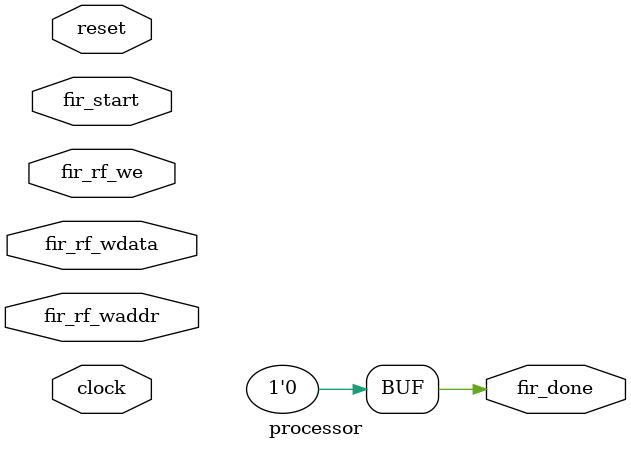
<source format=v>
module processor(
    input  clock,
    input  reset,
    input  wire        fir_start,
    output wire        fir_done,
    input  wire        fir_rf_we,
    input  wire [4:0]  fir_rf_waddr,
    input  wire [31:0] fir_rf_wdata
);

  // FETCH
  wire [31:0] pcIncrementOut;
  wire [31:0] pcInput;
  wire [31:0] pcOutput;
  wire [31:0] currentInstruction;

  // FETCH TO DECODE REGISTER
  wire [31:0] pcOutputFetchToDecode;
  wire [31:0] currentInstructionFetchToDecode;

  // DECODE
  wire [6:0]  opcode;
  wire [4:0]  rd;
  wire [2:0]  func3;
  wire [4:0]  rs1;
  wire [4:0]  rs2;
  wire [6:0]  func7;
  wire        pcUpdate;
  wire        memoryReadEnable;
  wire        memoryWriteEnable;
  wire        registerWriteEnable;
  wire [1:0]  aluSrc1;
  wire [1:0]  aluSrc2;
  wire [2:0]  aluOperation;
  wire        pcAdderSrc;
  wire        writeBackFromMemoryOrAlu;
  wire [31:0] readData1;
  wire [31:0] readData2;
  wire [31:0] accumData;
  wire [31:0] immediateValue;

  // DECODE TO EXECUTE REGISTER
  wire [31:0] pcOutputDecodeToExecute;
  wire [31:0] readData1DecodeToExecute;
  wire [31:0] readData2DecodeToExecute;
  wire [31:0] accumDataDecodeToExecute;
  wire [31:0] immediateValueDecodeToExecute;
  wire [2:0]  func3DecodeToExecute;
  wire [6:0]  func7DecodeToExecute;
  wire        pcUpdateDecodeToExecute;
  wire        memoryReadEnableDecodeToExecute;
  wire        memoryWriteEnableDecodeToExecute;
  wire        registerWriteEnableDecodeToExecute;
  wire [1:0]  aluSrc1DecodeToExecute;
  wire [1:0]  aluSrc2DecodeToExecute;
  wire [2:0]  aluOperationDecodeToExecute;
  wire        pcAdderSrcDecodeToExecute;
  wire        writeBackFromMemoryOrAluOutDecodeToExecute;
  wire [4:0]  rdDecodeToExecute;
  wire [4:0]  rs1DecodeToExecute;
  wire [4:0]  rs2DecodeToExecute;

  // EXECUTE
  wire [4:0]  aluControlOut;
  wire [31:0] input1Alu;
  wire [31:0] input2Alu;
  wire [31:0] aluOutput;
  wire        pcBranch;
  wire [31:0] pcAdderInput;
  wire [31:0] newPc;
  wire [1:0] forwardAluInputSelect1;
  wire [1:0] forwardAluInputSelect2;
  wire [31:0] forwardAluInput1;
  wire [31:0] forwardAluInput2;

  // EXECUTE TO MEMORY REGISTER
  wire [31:0] pcAdderOutExecuteToMemory;
  wire [31:0] aluOutExecuteToMemory;
  wire        branchOutExecuteToMemory;
  wire        pcUpdateOutExecuteToMemory;
  wire        memoryReadEnableOutExecuteToMemory;
  wire        memoryWriteEnableOutExecuteToMemory;
  wire        writeBackFromMemoryOrAluOutExecuteToMemory;
  wire [31:0] readData2OutExecuteToMemory;
  wire [2:0]  func3OutExecuteToMemory;
  wire        registerWriteEnableExecuteToMemory;
  wire [4:0]  rdExecuteToMemory;

  // MEMORY ACCESS
  wire pcIncrementOrJump;
  wire [31:0] dataMemoryOut;

  // MEMORY TO WRITE BACK REGISTER
  wire        writeBackFromMemoryOrAluOutMemoryToWriteBack;
  wire [31:0] memoryReadDataOutMemoryToWriteBack;
  wire [31:0] aluOutDataMemoryToWriteBack;
  wire        registerWriteEnableMemoryToWriteBack;
  wire [4:0]  rdMemoryToWriteBack;

  // WRITE BACK
  wire [31:0] registerWriteData;

  // FETCH
  programCounterIncrementor programCounterIncrementorDut(
      .pcCurrent(pcOutput),
      .pcNext(pcIncrementOut)
  );

  programCounterInputMux programCounterInputMuxDut(
      .pcIncrement(pcIncrementOut),
      .pcJump(pcAdderOutExecuteToMemory),
      .pcIncrementOrJump(pcIncrementOrJump),
      .pcInput(pcInput)
  );

  programCounter programCounterDut(
      .clock(clock),
      .reset(reset),
      .pcIn(pcInput),
      .pcOut(pcOutput)
  );

  instructionMemory instructionMemoryDut(
      .clock(clock),
      .reset(reset),
      .instructionAddress(pcOutput),
      .instruction(currentInstruction)
  );

  // FETCH TO DECODE PIPELINED REGISTER
  fetchToDecodeRegister fetchToDecodeRegisterDut(
      .clock(clock),
      .reset(reset),
      .pc(pcOutput),
      .instruction(currentInstruction),
      .pcOut(pcOutputFetchToDecode),
      .instOut(currentInstructionFetchToDecode)
  );

  // DECODE
  instructionDecoder instructionDecoderDut(
      .instruction(currentInstructionFetchToDecode),
      .opcode(opcode),
      .rd(rd),
      .func3(func3),
      .rs1(rs1),
      .rs2(rs2),
      .func7(func7)
  );

  controlUnit controlUnitDut(
      .opcode(opcode),
      .pcUpdate(pcUpdate),
      .memoryReadEnable(memoryReadEnable),
      .memoryWriteEnable(memoryWriteEnable),
      .registerWriteEnable(registerWriteEnable),
      .aluSrc1(aluSrc1),
      .aluSrc2(aluSrc2),
      .aluOperation(aluOperation),
      .pcAdderSrc(pcAdderSrc),
      .writeBackFromAluOrMemory(writeBackFromMemoryOrAlu)
  );

  registerFile registerFileDut(
      .clock(clock),
      .reset(reset),
      .rs1(rs1),
      .rs2(rs2),
      .rd(rdMemoryToWriteBack),
      .writeData(registerWriteData),
      .registerWrite(registerWriteEnableMemoryToWriteBack),
      .readData1(readData1),
      .readData2(readData2),
      .accumData(accumData),
      .fir_we(fir_rf_we),
      .fir_waddr(fir_rf_waddr),
      .fir_wdata(fir_rf_wdata)
  );

  immediateGenerator immediateGeneratorDut(
      .instruction(currentInstructionFetchToDecode),
      .immediateValue(immediateValue)
  );

  // DECODE TO EXECUTE PIPELINED REGISTER
  decodeToExecuteRegister decodeToExecuteRegisterDut(
      .clock(clock),
      .reset(reset),
      .pc(pcOutputFetchToDecode),
      .readData1(readData1),
      .readData2(readData2),
      .accumData(accumData),
      .immediateValue(immediateValue),
      .func3(func3),
      .func7(func7),
      .pcUpdate(pcUpdate),
      .memoryReadEnable(memoryReadEnable),
      .memoryWriteEnable(memoryWriteEnable),
      .registerWriteEnable(registerWriteEnable),
      .aluSrc1(aluSrc1),
      .aluSrc2(aluSrc2),
      .aluOperation(aluOperation),
      .pcAdderSrc(pcAdderSrc),
      .writeBackFromMemoryOrAlu(writeBackFromMemoryOrAlu),
      .rd(rd),
      .rs1(rs1),
      .rs2(rs2),
      .pcOut(pcOutputDecodeToExecute),
      .readData1Out(readData1DecodeToExecute),
      .readData2Out(readData2DecodeToExecute),
      .accumDataOut(accumDataDecodeToExecute),
      .immediateValueOut(immediateValueDecodeToExecute),
      .func3Out(func3DecodeToExecute),
      .func7Out(func7DecodeToExecute),
      .pcUpdateOut(pcUpdateDecodeToExecute),
      .memoryReadEnableOut(memoryReadEnableDecodeToExecute),
      .memoryWriteEnableOut(memoryWriteEnableDecodeToExecute),
      .registerWriteEnableOut(registerWriteEnableDecodeToExecute),
      .aluSrc1Out(aluSrc1DecodeToExecute),
      .aluSrc2Out(aluSrc2DecodeToExecute),
      .aluOperationOut(aluOperationDecodeToExecute),
      .pcAdderSrcOut(pcAdderSrcDecodeToExecute),
      .writeBackFromMemoryOrAluOut(writeBackFromMemoryOrAluOutDecodeToExecute),
      .rdOut(rdDecodeToExecute),
      .rs1Out(rs1DecodeToExecute),
      .rs2Out(rs2DecodeToExecute)
  );

  // EXECUTE
  forwardUnit forwardUnitDut(
    .registerWriteEnableExecuteToMemory(registerWriteEnableExecuteToMemory),
    .registerWriteEnableMemoryToWriteBack(registerWriteEnableMemoryToWriteBack),
    .prevRdExecuteToMemory(rdExecuteToMemory),
    .prevRdMemoryToWriteBack(rdMemoryToWriteBack),
    .presentRs1(rs1DecodeToExecute),
    .presentRs2(rs2DecodeToExecute),
    .forwardSelect1(forwardAluInputSelect1),
    .forwardSelect2(forwardAluInputSelect2)
  );

  forwardMux1 forwardMux1Dut(
    .readData1(readData1DecodeToExecute),
    .prevDataExecuteToMemory(aluOutExecuteToMemory),
    .prevDataMemoryToWriteBack(aluOutDataMemoryToWriteBack),
    .forwardSelect1(forwardAluInputSelect1),
    .aluForwardInput1(forwardAluInput1)
  );

  forwardMux2 forwardMux2Dut(
    .readData2(readData2DecodeToExecute),
    .prevDataExecuteToMemory(aluOutExecuteToMemory),
    .prevDataMemoryToWriteBack(aluOutDataMemoryToWriteBack),
    .forwardSelect2(forwardAluInputSelect2),
    .aluForwardInput2(forwardAluInput2)
  );

  aluControl aluControlDut(
      .aluControl(aluOperationDecodeToExecute),
      .func3(func3DecodeToExecute),
      .func7(func7DecodeToExecute),
      .aluControlOut(aluControlOut)
  );

  aluInputSelectMux1 aluInputSelectMux1Dut(
      .registerData(forwardAluInput1),
      .pc(pcOutputDecodeToExecute),
      .input1Select(aluSrc1DecodeToExecute),
      .input1Alu(input1Alu)
  );

  aluInputSelectMux2 aluInputSelectMux2Dut(
    .registerData(forwardAluInput2),
      .immediateValue(immediateValueDecodeToExecute),
      .input2Select(aluSrc2DecodeToExecute),
      .input2Alu(input2Alu)
  );

  alu aluDut(
      .in1(input1Alu),
      .in2(input2Alu),
      .accumData(accumDataDecodeToExecute),
      .aluOperation(aluControlOut),
      .aluControl(aluOperationDecodeToExecute),
      .aluOutput(aluOutput),
      .branch(pcBranch)
  );

  pcAdderInputMux pcAdderInputMuxDut(
      .pc(pcOutputDecodeToExecute),
      .regis(readData1DecodeToExecute),
      .select(pcAdderSrcDecodeToExecute),
      .out(pcAdderInput)
  );

  pcAdder pcAdderDut(
      .pcOrReg(pcAdderInput),
      .imm(immediateValueDecodeToExecute),
      .newPc(newPc)
  );

  // EXECUTE TO MEMORY PIPELINED REGISTER
  executeToMemoryRegister executeToMemoryRegisterDut(
      .clock(clock),
      .reset(reset),
      .pcAdder(newPc),
      .alu(aluOutput),
      .branch(pcBranch),
      .pcUpdate(pcUpdateDecodeToExecute),
      .memoryReadEnable(memoryReadEnableDecodeToExecute),
      .memoryWriteEnable(memoryWriteEnableDecodeToExecute),
      .writeBackFromMemoryOrAlu(writeBackFromMemoryOrAluOutDecodeToExecute),
      .readData2(forwardAluInput2),
      .func3(func3DecodeToExecute),
      .registerWriteEnable(registerWriteEnableDecodeToExecute),
      .rd(rdDecodeToExecute),
      .pcAdderOut(pcAdderOutExecuteToMemory),
      .aluOut(aluOutExecuteToMemory),
      .branchOut(branchOutExecuteToMemory),
      .pcUpdateOut(pcUpdateOutExecuteToMemory),
      .memoryReadEnableOut(memoryReadEnableOutExecuteToMemory),
      .memoryWriteEnableOut(memoryWriteEnableOutExecuteToMemory),
      .writeBackFromMemoryOrAluOut(writeBackFromMemoryOrAluOutExecuteToMemory),
      .readData2Out(readData2OutExecuteToMemory),
      .func3Out(func3OutExecuteToMemory),
      .registerWriteEnableOut(registerWriteEnableExecuteToMemory),
      .rdOut(rdExecuteToMemory)
  );

  // MEMORY ACCESS
  nextPcValueSelect nextPcValueSelectDut(
      .pcUpdate(pcUpdateOutExecuteToMemory),
      .branchAlu(branchOutExecuteToMemory),
      .pcSelectOut(pcIncrementOrJump)
  );

  dataMemory dataMemoryDut(
      .clock(clock),
      .reset(reset),
      .memoryReadEnable(memoryReadEnableOutExecuteToMemory),
      .memoryWriteEnable(memoryWriteEnableOutExecuteToMemory),
      .func3(func3OutExecuteToMemory),
      .memoryAddress(aluOutExecuteToMemory),
      .writeData(readData2OutExecuteToMemory),
      .readData(dataMemoryOut)
  );

  // MEMORY TO WRITE BACK PIPELINED REGISTER
  memoryToWriteBackRegister memoryToWriteBackRegisterDut(
      .clock(clock),
      .reset(reset),
      .writeBackFromMemoryOrAlu(writeBackFromMemoryOrAluOutExecuteToMemory),
      .memoryReadData(dataMemoryOut),
      .aluData(aluOutExecuteToMemory),
      .registerWriteEnable(registerWriteEnableExecuteToMemory),
      .rd(rdExecuteToMemory),
      .writeBackFromMemoryOrAluOut(writeBackFromMemoryOrAluOutMemoryToWriteBack),
      .memoryReadDataOut(memoryReadDataOutMemoryToWriteBack),
      .aluDataOut(aluOutDataMemoryToWriteBack),
      .registerWriteEnableOut(registerWriteEnableMemoryToWriteBack),
      .rdOut(rdMemoryToWriteBack)
  );

  // WRITE BACK
  writeBackMux writeBackMuxDut(
      .aluData(aluOutDataMemoryToWriteBack),
      .memoryData(memoryReadDataOutMemoryToWriteBack),
      .writeBackFromMemoryOrAlu(writeBackFromMemoryOrAluOutMemoryToWriteBack),
      .dataBack(registerWriteData)
  );

  assign fir_done = (pcOut == 32'h00000080);

endmodule

</source>
